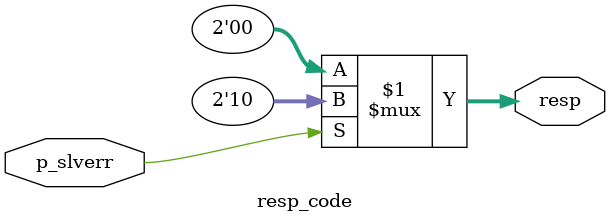
<source format=sv>
module resp_code(
    input logic p_slverr,
    output logic[1:0] resp
);
    assign resp = p_slverr ? 2'b10 : 2'b00;
endmodule
</source>
